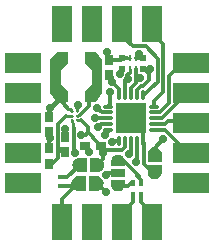
<source format=gtl>
G04 DipTrace 2.4.0.2*
%INdigipot.gtl*%
%MOMM*%
%ADD10C,0.25*%
%ADD13C,0.3*%
%ADD14C,0.305*%
%ADD17R,0.7X0.9*%
%ADD18R,0.9X0.7*%
%ADD19R,0.7X0.4*%
%ADD21R,1.2X0.737*%
%ADD22R,1.6X1.7*%
%ADD24R,2.0X1.7*%
%ADD26R,2.032X1.7*%
%ADD27R,1.7X1.6*%
%ADD28R,1.7X2.032*%
%ADD31R,0.4X0.5*%
%ADD33R,0.525X0.5*%
%ADD34R,0.25X0.5*%
%ADD38O,0.3X0.85*%
%ADD39O,0.85X0.3*%
%ADD40R,2.5X2.5*%
%ADD41C,0.711*%
%ADD42C,0.711*%
%FSLAX53Y53*%
G04*
G71*
G90*
G75*
G01*
%LNTop*%
%LPD*%
X19646Y21267D2*
D13*
Y21890D1*
D14*
X20094Y22339D1*
Y22822D1*
X20040D1*
Y23480D1*
X20381Y22715D2*
X20094Y22822D1*
X20146Y21267D2*
D13*
Y21706D1*
D14*
X20485Y22046D1*
X20668D1*
X21187Y22565D1*
Y23059D1*
X20766Y23480D1*
X20675D1*
X21230Y23474D2*
X21187Y23431D1*
Y23059D1*
X21655Y16256D2*
Y16829D1*
X22379Y17553D1*
X18900Y23480D2*
Y23297D1*
X18685Y23082D1*
X17085Y16992D2*
Y16354D1*
X17275D1*
Y15844D1*
X16782Y15350D1*
X19146Y17347D2*
D13*
Y16859D1*
D14*
X18896Y16609D1*
X17468D1*
X17085Y16992D1*
X15075Y19130D2*
D10*
X15453D1*
D14*
X16046Y18537D1*
Y18113D1*
X16451Y17708D1*
Y17627D1*
X17085Y16992D1*
X17314Y16354D2*
X17275D1*
X14094Y17723D2*
Y18392D1*
X14086Y18401D1*
X15441Y17892D2*
X15826D1*
X16046Y18113D1*
X19540Y23480D2*
D10*
Y23171D1*
D14*
X19349Y22980D1*
Y22698D1*
X19174Y22523D1*
Y22279D1*
X19146Y22251D1*
Y21267D1*
X19414Y22660D2*
X19349Y22698D1*
X16713Y13788D2*
X16813D1*
X17533Y13069D1*
X13815Y14314D2*
X14258D1*
X15294Y15350D1*
X14675Y19130D2*
D10*
X14745Y18738D1*
X14799Y18523D1*
D14*
Y16379D1*
X14930D1*
X14675Y19530D2*
D10*
X14150D1*
D14*
X13443Y18823D1*
Y16851D1*
Y15945D1*
X12972Y15473D1*
X12703D1*
X13443Y16851D2*
X14094Y16199D1*
Y16423D1*
X20646Y17347D2*
D13*
X20692D1*
Y18261D1*
D14*
X19646Y19307D1*
X15075Y19930D2*
D10*
Y20208D1*
D14*
Y20419D1*
X15125Y20469D1*
X12710Y18140D2*
X12824D1*
Y17810D1*
X12703Y17688D1*
Y16773D1*
X17827Y24286D2*
X18806D1*
X18900Y24380D1*
X19331D1*
D10*
X19540D1*
X21655Y14768D2*
D14*
X21448D1*
X20749Y15467D1*
Y17244D1*
D13*
X20646Y17347D1*
X17632Y24932D2*
D14*
Y24286D1*
X17827D1*
X12800Y17622D2*
X12824Y17646D1*
Y17810D1*
X15785Y16992D2*
Y16789D1*
X16105Y16469D1*
X20546Y19307D2*
X19646D1*
X21606Y19807D2*
D13*
X22064D1*
D14*
X22862Y20605D1*
Y22862D1*
X23978Y23978D1*
X18898Y26518D2*
Y26308D1*
X19816Y25390D1*
X20914D1*
X21936Y24369D1*
Y22414D1*
X21365Y21844D1*
D13*
X20789Y21267D1*
X20646D1*
X21606Y20307D2*
Y20771D1*
D14*
X22393Y21559D1*
Y25563D1*
X21438Y26518D1*
X21606Y19307D2*
D13*
X22256D1*
D14*
X23978Y21029D1*
Y21438D1*
X21606Y18307D2*
D13*
X22523D1*
D14*
X24472Y16358D1*
X23978D1*
X21606Y18807D2*
D13*
X22516D1*
D14*
X22769Y19060D1*
X23816D1*
X23978Y18898D1*
X17686Y19307D2*
D13*
X17108D1*
D14*
X16646D1*
X16597Y19356D1*
X17686Y20307D2*
D13*
Y20349D1*
D14*
X17867Y20530D1*
Y21540D1*
X17686Y19807D2*
D13*
X17154D1*
D14*
X16779Y20182D1*
X17686Y18807D2*
D13*
X17084D1*
D14*
X16822Y18545D1*
X18646Y17347D2*
D13*
X18054D1*
Y17296D1*
X17686Y18307D2*
Y18142D1*
D14*
X17467Y17923D1*
X19822Y12821D2*
Y12202D1*
X18898Y11278D1*
X19646Y17347D2*
D13*
Y17022D1*
D14*
Y16413D1*
X19482Y16249D1*
X20522Y12821D2*
Y12194D1*
X21438Y11278D1*
X20146Y17347D2*
D13*
Y17022D1*
D14*
Y15684D1*
X20081Y15619D1*
X15075Y19530D2*
D10*
X15338Y19593D1*
D14*
X16058Y20313D1*
Y21395D1*
X16709Y22045D1*
Y22818D1*
X16505D1*
X14675Y19930D2*
D10*
X14485Y20121D1*
X14321D1*
D14*
X13936Y20505D1*
Y21565D1*
X13380Y22121D1*
Y22818D1*
X13555D1*
X13936Y20505D2*
X13600Y20842D1*
X12674Y19916D1*
Y19440D1*
X12710D1*
X20040Y24380D2*
D10*
X20385D1*
D14*
X20675D1*
X18646Y21267D2*
D13*
Y21766D1*
D14*
X18005Y22408D1*
Y22809D1*
X17827Y22986D1*
X20040Y24380D2*
D10*
Y24410D1*
D14*
X20351Y24722D1*
X18050Y22362D2*
X18005Y22408D1*
X13815Y13614D2*
X15051D1*
X15225Y13788D1*
X15134D1*
X13845Y12499D1*
Y11305D1*
X13818Y11278D1*
X18556Y14675D2*
X17681D1*
X17541Y14534D1*
X12813Y20164D2*
X13490Y20842D1*
X13600D1*
X18556Y15767D2*
X18977D1*
X20345Y14399D1*
X20186D1*
X20522Y14063D1*
Y13821D1*
X18556Y13582D2*
X19417D1*
X19655Y13821D1*
X19822D1*
D42*
X20351Y24722D3*
X18050Y22362D3*
X15125Y20469D3*
X14930Y16379D3*
X17867Y21540D3*
X16779Y20182D3*
X16597Y19356D3*
X16822Y18545D3*
X17467Y17923D3*
X18054Y17296D3*
X17533Y13069D3*
X18685Y23082D3*
X21230Y23474D3*
X22379Y17553D3*
X20081Y15619D3*
X19482Y16249D3*
X20381Y22715D3*
X17632Y24932D3*
X19414Y22660D3*
X17541Y14534D3*
X12813Y20164D3*
X12800Y17622D3*
X16105Y16469D3*
X17314Y16354D3*
X15441Y17892D3*
X14086Y18401D3*
G36*
X15171Y15950D2*
X15911D1*
Y14750D1*
X15171D1*
X15011Y14810D1*
X14811Y14950D1*
X14711Y15150D1*
X14676Y15350D1*
X14711Y15550D1*
X14811Y15750D1*
X15011Y15890D1*
X15171Y15950D1*
G37*
G36*
X16904Y14750D2*
X16164D1*
Y15950D1*
X16904D1*
X17064Y15890D1*
X17264Y15750D1*
X17364Y15550D1*
X17400Y15350D1*
X17364Y15150D1*
X17264Y14950D1*
X17064Y14810D1*
X16904Y14750D1*
G37*
G36*
X16835Y13188D2*
X16095D1*
Y14388D1*
X16835D1*
X16995Y14328D1*
X17195Y14188D1*
X17295Y13988D1*
X17331Y13788D1*
X17295Y13588D1*
X17195Y13388D1*
X16995Y13248D1*
X16835Y13188D1*
G37*
G36*
X15102Y14388D2*
X15842D1*
Y13188D1*
X15102D1*
X14942Y13248D1*
X14742Y13388D1*
X14642Y13588D1*
X14607Y13788D1*
X14642Y13988D1*
X14742Y14188D1*
X14942Y14328D1*
X15102Y14388D1*
G37*
D17*
X17827Y22986D3*
Y24286D3*
X12710Y19440D3*
Y18140D3*
D18*
X17085Y16992D3*
X15785D3*
D19*
X13815Y14314D3*
Y13614D3*
G36*
X17956Y13611D2*
Y14051D1*
X19156D1*
Y13611D1*
X19096Y13451D1*
X18956Y13251D1*
X18756Y13151D1*
X18556Y13113D1*
X18356Y13151D1*
X18156Y13251D1*
X18016Y13451D1*
X17956Y13611D1*
G37*
G36*
X19156Y15738D2*
Y15298D1*
X17956D1*
Y15738D1*
X18016Y15898D1*
X18156Y16098D1*
X18356Y16198D1*
X18556Y16236D1*
X18756Y16198D1*
X18956Y16098D1*
X19096Y15898D1*
X19156Y15738D1*
G37*
D21*
X18556Y14675D3*
D22*
X11278Y13818D3*
D24*
X10008D3*
D22*
X11278Y21438D3*
Y18898D3*
Y16358D3*
D26*
X10008Y21438D3*
Y18898D3*
Y16358D3*
D27*
X16358Y26518D3*
X13818D3*
D28*
X16358Y27788D3*
X13818D3*
D27*
X21438Y26518D3*
X18898D3*
D28*
X21438Y27788D3*
X18898D3*
D22*
X23978Y16358D3*
Y18898D3*
Y21438D3*
D26*
X25248Y16358D3*
Y18898D3*
Y21438D3*
D22*
X23978Y13818D3*
D24*
X25248D3*
D27*
X21438Y11278D3*
X18898D3*
X16358D3*
X13818D3*
D28*
Y10008D3*
X16358D3*
X18898D3*
X21438D3*
D22*
X11278Y23978D3*
D24*
X10008D3*
D22*
X23978D3*
D24*
X25248D3*
G36*
X15780Y21648D2*
X16360Y22243D1*
Y23393D1*
X15780Y23988D1*
Y24963D1*
X16680D1*
X17230Y24213D1*
Y22241D1*
Y21423D1*
X16680Y20673D1*
X15780D1*
Y21648D1*
G37*
G36*
X14280Y23988D2*
X13700Y23393D1*
Y22243D1*
X14280Y21648D1*
Y20673D1*
X13380D1*
X12830Y21423D1*
Y23396D1*
Y24213D1*
X13380Y24963D1*
X14280D1*
Y23988D1*
G37*
D31*
X19822Y12821D3*
X20522D3*
Y13821D3*
X19822D3*
D33*
X18900Y23480D3*
D34*
X19540D3*
X20040D3*
D33*
X20675D3*
Y24380D3*
D34*
X20040D3*
X19540D3*
D33*
X18900D3*
D17*
X14094Y16423D3*
Y17723D3*
X12703Y16773D3*
Y15473D3*
D38*
X18646Y17347D3*
X19146D3*
X19646D3*
X20146D3*
X20646D3*
D39*
X21606Y18307D3*
Y18807D3*
Y19307D3*
Y19807D3*
Y20307D3*
D38*
X20646Y21267D3*
X20146D3*
X19646D3*
X19146D3*
X18646D3*
D39*
X17686Y20307D3*
Y19807D3*
Y19307D3*
Y18807D3*
Y18307D3*
D40*
X19646Y19307D3*
D41*
X18746Y18407D3*
Y19307D3*
Y20207D3*
X19646Y18407D3*
Y19307D3*
Y20207D3*
X20546Y18407D3*
Y19307D3*
Y20207D3*
D10*
X14675Y19930D3*
X15075D3*
X14675Y19530D3*
X15075D3*
X14675Y19130D3*
X15075D3*
G36*
X22255Y16378D2*
Y15638D1*
X21055D1*
Y16378D1*
X21115Y16538D1*
X21255Y16738D1*
X21455Y16838D1*
X21655Y16874D1*
X21855Y16838D1*
X22055Y16738D1*
X22195Y16538D1*
X22255Y16378D1*
G37*
G36*
X21055Y14645D2*
Y15385D1*
X22255D1*
Y14645D1*
X22195Y14485D1*
X22055Y14285D1*
X21855Y14185D1*
X21655Y14150D1*
X21455Y14185D1*
X21255Y14285D1*
X21115Y14485D1*
X21055Y14645D1*
G37*
M02*

</source>
